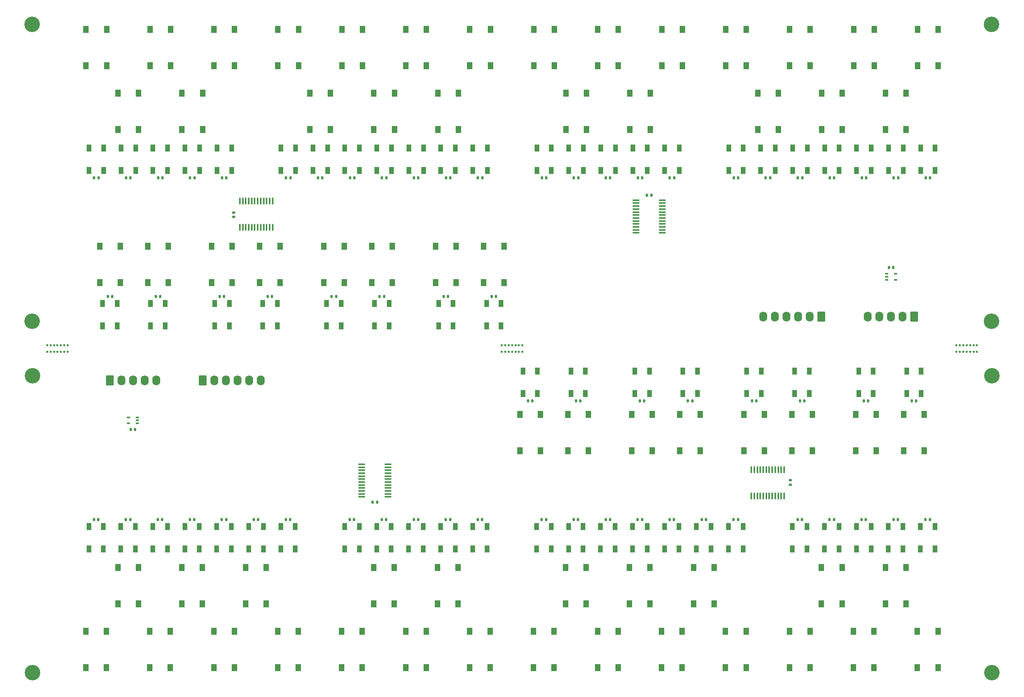
<source format=gbr>
%TF.GenerationSoftware,KiCad,Pcbnew,5.99.0-unknown-5db75805bd~106~ubuntu20.04.1*%
%TF.CreationDate,2021-01-05T12:39:38+10:00*%
%TF.ProjectId,panel_switch_piano_2up,70616e65-6c5f-4737-9769-7463685f7069,rev?*%
%TF.SameCoordinates,PX2faf080PY2160ec0*%
%TF.FileFunction,Soldermask,Top*%
%TF.FilePolarity,Negative*%
%FSLAX46Y46*%
G04 Gerber Fmt 4.6, Leading zero omitted, Abs format (unit mm)*
G04 Created by KiCad (PCBNEW 5.99.0-unknown-5db75805bd~106~ubuntu20.04.1) date 2021-01-05 12:39:38*
%MOMM*%
%LPD*%
G01*
G04 APERTURE LIST*
G04 Aperture macros list*
%AMRoundRect*
0 Rectangle with rounded corners*
0 $1 Rounding radius*
0 $2 $3 $4 $5 $6 $7 $8 $9 X,Y pos of 4 corners*
0 Add a 4 corners polygon primitive as box body*
4,1,4,$2,$3,$4,$5,$6,$7,$8,$9,$2,$3,0*
0 Add four circle primitives for the rounded corners*
1,1,$1+$1,$2,$3,0*
1,1,$1+$1,$4,$5,0*
1,1,$1+$1,$6,$7,0*
1,1,$1+$1,$8,$9,0*
0 Add four rect primitives between the rounded corners*
20,1,$1+$1,$2,$3,$4,$5,0*
20,1,$1+$1,$4,$5,$6,$7,0*
20,1,$1+$1,$6,$7,$8,$9,0*
20,1,$1+$1,$8,$9,$2,$3,0*%
G04 Aperture macros list end*
%ADD10RoundRect,0.140000X0.140000X0.170000X-0.140000X0.170000X-0.140000X-0.170000X0.140000X-0.170000X0*%
%ADD11RoundRect,0.140000X-0.140000X-0.170000X0.140000X-0.170000X0.140000X0.170000X-0.140000X0.170000X0*%
%ADD12C,3.400000*%
%ADD13R,1.000000X1.500000*%
%ADD14R,1.300000X1.550000*%
%ADD15RoundRect,0.100000X-0.100000X0.637500X-0.100000X-0.637500X0.100000X-0.637500X0.100000X0.637500X0*%
%ADD16RoundRect,0.100000X0.637500X0.100000X-0.637500X0.100000X-0.637500X-0.100000X0.637500X-0.100000X0*%
%ADD17RoundRect,0.250000X0.620000X0.845000X-0.620000X0.845000X-0.620000X-0.845000X0.620000X-0.845000X0*%
%ADD18O,1.740000X2.190000*%
%ADD19RoundRect,0.140000X0.170000X-0.140000X0.170000X0.140000X-0.170000X0.140000X-0.170000X-0.140000X0*%
%ADD20R,0.650000X0.400000*%
%ADD21C,0.500000*%
%ADD22RoundRect,0.250000X-0.620000X-0.845000X0.620000X-0.845000X0.620000X0.845000X-0.620000X0.845000X0*%
%ADD23RoundRect,0.100000X0.100000X-0.637500X0.100000X0.637500X-0.100000X0.637500X-0.100000X-0.637500X0*%
%ADD24RoundRect,0.140000X-0.170000X0.140000X-0.170000X-0.140000X0.170000X-0.140000X0.170000X0.140000X0*%
%ADD25RoundRect,0.100000X-0.637500X-0.100000X0.637500X-0.100000X0.637500X0.100000X-0.637500X0.100000X0*%
G04 APERTURE END LIST*
D10*
%TO.C,C31*%
X51984466Y-41595534D03*
X51024466Y-41595534D03*
%TD*%
D11*
%TO.C,C13*%
X111024466Y-15595534D03*
X111984466Y-15595534D03*
%TD*%
D12*
%TO.C,H1*%
X-535534Y17964466D03*
%TD*%
D10*
%TO.C,C1*%
X187934466Y-35305534D03*
X186974466Y-35305534D03*
%TD*%
D11*
%TO.C,C3*%
X188024466Y-15595534D03*
X188984466Y-15595534D03*
%TD*%
D13*
%TO.C,U33*%
X74404466Y-48045534D03*
X77604466Y-48045534D03*
X77604466Y-43145534D03*
X74404466Y-43145534D03*
%TD*%
D10*
%TO.C,C30*%
X41484466Y-41595534D03*
X40524466Y-41595534D03*
%TD*%
D11*
%TO.C,C9*%
X139024466Y-15595534D03*
X139984466Y-15595534D03*
%TD*%
D12*
%TO.C,H2*%
X209464466Y17964466D03*
%TD*%
D11*
%TO.C,C18*%
X69024466Y-15595534D03*
X69984466Y-15595534D03*
%TD*%
%TO.C,C25*%
X13024466Y-15595534D03*
X13984466Y-15595534D03*
%TD*%
D12*
%TO.C,H3*%
X209464466Y-47035534D03*
%TD*%
D14*
%TO.C,SW18*%
X64754466Y2884466D03*
X64754466Y-5075534D03*
X60254466Y2884466D03*
X60254466Y-5075534D03*
%TD*%
D10*
%TO.C,C32*%
X65984466Y-41595534D03*
X65024466Y-41595534D03*
%TD*%
D15*
%TO.C,U27*%
X52079466Y-20733034D03*
X51429466Y-20733034D03*
X50779466Y-20733034D03*
X50129466Y-20733034D03*
X49479466Y-20733034D03*
X48829466Y-20733034D03*
X48179466Y-20733034D03*
X47529466Y-20733034D03*
X46879466Y-20733034D03*
X46229466Y-20733034D03*
X45579466Y-20733034D03*
X44929466Y-20733034D03*
X44929466Y-26458034D03*
X45579466Y-26458034D03*
X46229466Y-26458034D03*
X46879466Y-26458034D03*
X47529466Y-26458034D03*
X48179466Y-26458034D03*
X48829466Y-26458034D03*
X49479466Y-26458034D03*
X50129466Y-26458034D03*
X50779466Y-26458034D03*
X51429466Y-26458034D03*
X52079466Y-26458034D03*
%TD*%
D14*
%TO.C,SW21*%
X36754466Y2884466D03*
X36754466Y-5075534D03*
X32254466Y-5075534D03*
X32254466Y2884466D03*
%TD*%
D13*
%TO.C,U15*%
X92104466Y-9145534D03*
X88904466Y-9145534D03*
X88904466Y-14045534D03*
X92104466Y-14045534D03*
%TD*%
D14*
%TO.C,SW22*%
X29754466Y8924466D03*
X29754466Y16884466D03*
X25254466Y8924466D03*
X25254466Y16884466D03*
%TD*%
D10*
%TO.C,C33*%
X76484466Y-41595534D03*
X75524466Y-41595534D03*
%TD*%
D14*
%TO.C,SW27*%
X43254466Y-30615534D03*
X43254466Y-38575534D03*
X38754466Y-38575534D03*
X38754466Y-30615534D03*
%TD*%
D13*
%TO.C,U28*%
X14904466Y-48045534D03*
X18104466Y-48045534D03*
X18104466Y-43145534D03*
X14904466Y-43145534D03*
%TD*%
D16*
%TO.C,U26*%
X137366966Y-27670534D03*
X137366966Y-27020534D03*
X137366966Y-26370534D03*
X137366966Y-25720534D03*
X137366966Y-25070534D03*
X137366966Y-24420534D03*
X137366966Y-23770534D03*
X137366966Y-23120534D03*
X137366966Y-22470534D03*
X137366966Y-21820534D03*
X137366966Y-21170534D03*
X137366966Y-20520534D03*
X131641966Y-20520534D03*
X131641966Y-21170534D03*
X131641966Y-21820534D03*
X131641966Y-22470534D03*
X131641966Y-23120534D03*
X131641966Y-23770534D03*
X131641966Y-24420534D03*
X131641966Y-25070534D03*
X131641966Y-25720534D03*
X131641966Y-26370534D03*
X131641966Y-27020534D03*
X131641966Y-27670534D03*
%TD*%
D14*
%TO.C,SW30*%
X78254466Y-38575534D03*
X78254466Y-30615534D03*
X73754466Y-38575534D03*
X73754466Y-30615534D03*
%TD*%
D11*
%TO.C,C21*%
X41024466Y-15595534D03*
X41984466Y-15595534D03*
%TD*%
D13*
%TO.C,U24*%
X22104466Y-9145534D03*
X18904466Y-9145534D03*
X18904466Y-14045534D03*
X22104466Y-14045534D03*
%TD*%
%TO.C,U34*%
X88404466Y-48045534D03*
X91604466Y-48045534D03*
X91604466Y-43145534D03*
X88404466Y-43145534D03*
%TD*%
%TO.C,U16*%
X85104466Y-9145534D03*
X81904466Y-9145534D03*
X81904466Y-14045534D03*
X85104466Y-14045534D03*
%TD*%
D14*
%TO.C,SW1*%
X197754466Y8924466D03*
X197754466Y16884466D03*
X193254466Y16884466D03*
X193254466Y8924466D03*
%TD*%
%TO.C,SW12*%
X113754466Y16884466D03*
X113754466Y8924466D03*
X109254466Y8924466D03*
X109254466Y16884466D03*
%TD*%
%TO.C,SW13*%
X99754466Y16884466D03*
X99754466Y8924466D03*
X95254466Y8924466D03*
X95254466Y16884466D03*
%TD*%
D17*
%TO.C,J2*%
X172144466Y-46035534D03*
D18*
X169604466Y-46035534D03*
X167064466Y-46035534D03*
X164524466Y-46035534D03*
X161984466Y-46035534D03*
X159444466Y-46035534D03*
%TD*%
D14*
%TO.C,SW7*%
X155754466Y16884466D03*
X155754466Y8924466D03*
X151254466Y8924466D03*
X151254466Y16884466D03*
%TD*%
D13*
%TO.C,U18*%
X71104466Y-9145534D03*
X67904466Y-9145534D03*
X67904466Y-14045534D03*
X71104466Y-14045534D03*
%TD*%
D11*
%TO.C,C12*%
X118024466Y-15595534D03*
X118984466Y-15595534D03*
%TD*%
D13*
%TO.C,U12*%
X120104466Y-9145534D03*
X116904466Y-9145534D03*
X116904466Y-14045534D03*
X120104466Y-14045534D03*
%TD*%
D14*
%TO.C,SW11*%
X120754466Y2884466D03*
X120754466Y-5075534D03*
X116254466Y-5075534D03*
X116254466Y2884466D03*
%TD*%
D11*
%TO.C,C22*%
X34024466Y-15595534D03*
X34984466Y-15595534D03*
%TD*%
D13*
%TO.C,U14*%
X99104466Y-9145534D03*
X95904466Y-9145534D03*
X95904466Y-14045534D03*
X99104466Y-14045534D03*
%TD*%
D14*
%TO.C,SW14*%
X92754466Y2884466D03*
X92754466Y-5075534D03*
X88254466Y2884466D03*
X88254466Y-5075534D03*
%TD*%
D12*
%TO.C,H4*%
X-535534Y-47035534D03*
%TD*%
D13*
%TO.C,U9*%
X141104466Y-9145534D03*
X137904466Y-9145534D03*
X137904466Y-14045534D03*
X141104466Y-14045534D03*
%TD*%
D14*
%TO.C,SW17*%
X71754466Y8924466D03*
X71754466Y16884466D03*
X67254466Y16884466D03*
X67254466Y8924466D03*
%TD*%
%TO.C,SW19*%
X57754466Y16884466D03*
X57754466Y8924466D03*
X53254466Y8924466D03*
X53254466Y16884466D03*
%TD*%
%TO.C,SW24*%
X15754466Y8924466D03*
X15754466Y16884466D03*
X11254466Y16884466D03*
X11254466Y8924466D03*
%TD*%
D13*
%TO.C,U13*%
X113104466Y-9145534D03*
X109904466Y-9145534D03*
X109904466Y-14045534D03*
X113104466Y-14045534D03*
%TD*%
D14*
%TO.C,SW10*%
X127754466Y8924466D03*
X127754466Y16884466D03*
X123254466Y16884466D03*
X123254466Y8924466D03*
%TD*%
D13*
%TO.C,U10*%
X134104466Y-9145534D03*
X130904466Y-9145534D03*
X130904466Y-14045534D03*
X134104466Y-14045534D03*
%TD*%
%TO.C,U35*%
X98904466Y-48045534D03*
X102104466Y-48045534D03*
X102104466Y-43145534D03*
X98904466Y-43145534D03*
%TD*%
D14*
%TO.C,SW6*%
X162754466Y-5075534D03*
X162754466Y2884466D03*
X158254466Y2884466D03*
X158254466Y-5075534D03*
%TD*%
D13*
%TO.C,U23*%
X29104466Y-9145534D03*
X25904466Y-9145534D03*
X25904466Y-14045534D03*
X29104466Y-14045534D03*
%TD*%
%TO.C,U8*%
X155104466Y-9145534D03*
X151904466Y-9145534D03*
X151904466Y-14045534D03*
X155104466Y-14045534D03*
%TD*%
D14*
%TO.C,SW32*%
X102754466Y-38575534D03*
X102754466Y-30615534D03*
X98254466Y-30615534D03*
X98254466Y-38575534D03*
%TD*%
D11*
%TO.C,C17*%
X76024466Y-15595534D03*
X76984466Y-15595534D03*
%TD*%
D13*
%TO.C,U17*%
X78104466Y-9145534D03*
X74904466Y-9145534D03*
X74904466Y-14045534D03*
X78104466Y-14045534D03*
%TD*%
%TO.C,U11*%
X127104466Y-9145534D03*
X123904466Y-9145534D03*
X123904466Y-14045534D03*
X127104466Y-14045534D03*
%TD*%
D10*
%TO.C,C35*%
X100984466Y-41595534D03*
X100024466Y-41595534D03*
%TD*%
D14*
%TO.C,SW15*%
X85754466Y16884466D03*
X85754466Y8924466D03*
X81254466Y8924466D03*
X81254466Y16884466D03*
%TD*%
D13*
%TO.C,U31*%
X49904466Y-48045534D03*
X53104466Y-48045534D03*
X53104466Y-43145534D03*
X49904466Y-43145534D03*
%TD*%
%TO.C,U20*%
X57104466Y-9145534D03*
X53904466Y-9145534D03*
X53904466Y-14045534D03*
X57104466Y-14045534D03*
%TD*%
D11*
%TO.C,C2*%
X195024466Y-15595534D03*
X195984466Y-15595534D03*
%TD*%
D14*
%TO.C,SW4*%
X176754466Y-5075534D03*
X176754466Y2884466D03*
X172254466Y-5075534D03*
X172254466Y2884466D03*
%TD*%
D11*
%TO.C,C20*%
X55024466Y-15595534D03*
X55984466Y-15595534D03*
%TD*%
D14*
%TO.C,SW26*%
X29254466Y-30615534D03*
X29254466Y-38575534D03*
X24754466Y-30615534D03*
X24754466Y-38575534D03*
%TD*%
%TO.C,SW25*%
X18754466Y-30615534D03*
X18754466Y-38575534D03*
X14254466Y-38575534D03*
X14254466Y-30615534D03*
%TD*%
%TO.C,SW2*%
X190754466Y2884466D03*
X190754466Y-5075534D03*
X186254466Y2884466D03*
X186254466Y-5075534D03*
%TD*%
D11*
%TO.C,C14*%
X97024466Y-15595534D03*
X97984466Y-15595534D03*
%TD*%
D13*
%TO.C,U3*%
X190104466Y-9145534D03*
X186904466Y-9145534D03*
X186904466Y-14045534D03*
X190104466Y-14045534D03*
%TD*%
D10*
%TO.C,C34*%
X90484466Y-41595534D03*
X89524466Y-41595534D03*
%TD*%
D13*
%TO.C,U22*%
X36104466Y-9145534D03*
X32904466Y-9145534D03*
X32904466Y-14045534D03*
X36104466Y-14045534D03*
%TD*%
D14*
%TO.C,SW20*%
X43754466Y8924466D03*
X43754466Y16884466D03*
X39254466Y16884466D03*
X39254466Y8924466D03*
%TD*%
%TO.C,SW3*%
X183754466Y8924466D03*
X183754466Y16884466D03*
X179254466Y16884466D03*
X179254466Y8924466D03*
%TD*%
%TO.C,SW5*%
X169754466Y16884466D03*
X169754466Y8924466D03*
X165254466Y16884466D03*
X165254466Y8924466D03*
%TD*%
D10*
%TO.C,C29*%
X27484466Y-41595534D03*
X26524466Y-41595534D03*
%TD*%
D13*
%TO.C,U25*%
X15104466Y-9145534D03*
X11904466Y-9145534D03*
X11904466Y-14045534D03*
X15104466Y-14045534D03*
%TD*%
D19*
%TO.C,C27*%
X43604466Y-24175534D03*
X43604466Y-23215534D03*
%TD*%
D11*
%TO.C,C24*%
X20024466Y-15595534D03*
X20984466Y-15595534D03*
%TD*%
%TO.C,C19*%
X62024466Y-15595534D03*
X62984466Y-15595534D03*
%TD*%
D13*
%TO.C,U19*%
X64104466Y-9145534D03*
X60904466Y-9145534D03*
X60904466Y-14045534D03*
X64104466Y-14045534D03*
%TD*%
D11*
%TO.C,C5*%
X174024466Y-15595534D03*
X174984466Y-15595534D03*
%TD*%
D13*
%TO.C,U2*%
X197104466Y-9145534D03*
X193904466Y-9145534D03*
X193904466Y-14045534D03*
X197104466Y-14045534D03*
%TD*%
D11*
%TO.C,C4*%
X181024466Y-15595534D03*
X181984466Y-15595534D03*
%TD*%
D13*
%TO.C,U32*%
X63904466Y-48045534D03*
X67104466Y-48045534D03*
X67104466Y-43145534D03*
X63904466Y-43145534D03*
%TD*%
%TO.C,U4*%
X183104466Y-9145534D03*
X179904466Y-9145534D03*
X179904466Y-14045534D03*
X183104466Y-14045534D03*
%TD*%
D14*
%TO.C,SW16*%
X78754466Y-5075534D03*
X78754466Y2884466D03*
X74254466Y-5075534D03*
X74254466Y2884466D03*
%TD*%
D10*
%TO.C,C28*%
X16984466Y-41595534D03*
X16024466Y-41595534D03*
%TD*%
D13*
%TO.C,U6*%
X169104466Y-9145534D03*
X165904466Y-9145534D03*
X165904466Y-14045534D03*
X169104466Y-14045534D03*
%TD*%
D11*
%TO.C,C6*%
X167024466Y-15595534D03*
X167984466Y-15595534D03*
%TD*%
D14*
%TO.C,SW29*%
X67754466Y-38575534D03*
X67754466Y-30615534D03*
X63254466Y-30615534D03*
X63254466Y-38575534D03*
%TD*%
D13*
%TO.C,U5*%
X176104466Y-9145534D03*
X172904466Y-9145534D03*
X172904466Y-14045534D03*
X176104466Y-14045534D03*
%TD*%
D11*
%TO.C,C23*%
X27024466Y-15595534D03*
X27984466Y-15595534D03*
%TD*%
D14*
%TO.C,SW9*%
X134754466Y-5075534D03*
X134754466Y2884466D03*
X130254466Y2884466D03*
X130254466Y-5075534D03*
%TD*%
D17*
%TO.C,J1*%
X192464466Y-46035534D03*
D18*
X189924466Y-46035534D03*
X187384466Y-46035534D03*
X184844466Y-46035534D03*
X182304466Y-46035534D03*
%TD*%
D11*
%TO.C,C10*%
X132024466Y-15595534D03*
X132984466Y-15595534D03*
%TD*%
%TO.C,C7*%
X160024466Y-15595534D03*
X160984466Y-15595534D03*
%TD*%
D13*
%TO.C,U29*%
X25404466Y-48045534D03*
X28604466Y-48045534D03*
X28604466Y-43145534D03*
X25404466Y-43145534D03*
%TD*%
%TO.C,U21*%
X43104466Y-9145534D03*
X39904466Y-9145534D03*
X39904466Y-14045534D03*
X43104466Y-14045534D03*
%TD*%
D14*
%TO.C,SW28*%
X53754466Y-30615534D03*
X53754466Y-38575534D03*
X49254466Y-38575534D03*
X49254466Y-30615534D03*
%TD*%
D13*
%TO.C,U7*%
X162104466Y-9145534D03*
X158904466Y-9145534D03*
X158904466Y-14045534D03*
X162104466Y-14045534D03*
%TD*%
D11*
%TO.C,C26*%
X134024466Y-19395534D03*
X134984466Y-19395534D03*
%TD*%
D14*
%TO.C,SW23*%
X22754466Y-5075534D03*
X22754466Y2884466D03*
X18254466Y-5075534D03*
X18254466Y2884466D03*
%TD*%
D11*
%TO.C,C16*%
X83024466Y-15595534D03*
X83984466Y-15595534D03*
%TD*%
%TO.C,C11*%
X125024466Y-15595534D03*
X125984466Y-15595534D03*
%TD*%
%TO.C,C15*%
X90024466Y-15595534D03*
X90984466Y-15595534D03*
%TD*%
D14*
%TO.C,SW31*%
X92254466Y-30615534D03*
X92254466Y-38575534D03*
X87754466Y-38575534D03*
X87754466Y-30615534D03*
%TD*%
D13*
%TO.C,U30*%
X39404466Y-48045534D03*
X42604466Y-48045534D03*
X42604466Y-43145534D03*
X39404466Y-43145534D03*
%TD*%
D11*
%TO.C,C8*%
X153024466Y-15595534D03*
X153984466Y-15595534D03*
%TD*%
D14*
%TO.C,SW8*%
X141754466Y16884466D03*
X141754466Y8924466D03*
X137254466Y8924466D03*
X137254466Y16884466D03*
%TD*%
D20*
%TO.C,U1*%
X186504466Y-36655534D03*
X186504466Y-37305534D03*
X186504466Y-37955534D03*
X188404466Y-37955534D03*
X188404466Y-36655534D03*
%TD*%
D21*
%TO.C,mouse-bite-2mm-slot*%
X103750000Y-53750000D03*
X102250000Y-52250000D03*
X105250000Y-52250000D03*
X106000000Y-53750000D03*
X104500000Y-52250000D03*
X103000000Y-52250000D03*
X106750000Y-53750000D03*
X106750000Y-52250000D03*
X102250000Y-53750000D03*
X106000000Y-52250000D03*
X103000000Y-53750000D03*
X104500000Y-53750000D03*
X105250000Y-53750000D03*
X103750000Y-52250000D03*
%TD*%
%TO.C,mouse-bite-2mm-slot*%
X204000000Y-52250000D03*
X201750000Y-52250000D03*
X203250000Y-53750000D03*
X201750000Y-53750000D03*
X202500000Y-52250000D03*
X204750000Y-52250000D03*
X206250000Y-52250000D03*
X204000000Y-53750000D03*
X203250000Y-52250000D03*
X206250000Y-53750000D03*
X205500000Y-53750000D03*
X204750000Y-53750000D03*
X205500000Y-52250000D03*
X202500000Y-53750000D03*
%TD*%
%TO.C,mouse-bite-2mm-slot*%
X5000000Y-52250000D03*
X2750000Y-52250000D03*
X4250000Y-53750000D03*
X2750000Y-53750000D03*
X3500000Y-52250000D03*
X5750000Y-52250000D03*
X7250000Y-52250000D03*
X5000000Y-53750000D03*
X4250000Y-52250000D03*
X7250000Y-53750000D03*
X6500000Y-53750000D03*
X5750000Y-53750000D03*
X6500000Y-52250000D03*
X3500000Y-53750000D03*
%TD*%
D22*
%TO.C,J2*%
X36820000Y-60000000D03*
D18*
X39360000Y-60000000D03*
X41900000Y-60000000D03*
X44440000Y-60000000D03*
X46980000Y-60000000D03*
X49520000Y-60000000D03*
%TD*%
D10*
%TO.C,C7*%
X48940000Y-90440000D03*
X47980000Y-90440000D03*
%TD*%
%TO.C,C2*%
X13940000Y-90440000D03*
X12980000Y-90440000D03*
%TD*%
D13*
%TO.C,U32*%
X145060000Y-57990000D03*
X141860000Y-57990000D03*
X141860000Y-62890000D03*
X145060000Y-62890000D03*
%TD*%
D14*
%TO.C,SW5*%
X39210000Y-114960000D03*
X39210000Y-122920000D03*
X43710000Y-122920000D03*
X43710000Y-114960000D03*
%TD*%
%TO.C,SW27*%
X165710000Y-67460000D03*
X165710000Y-75420000D03*
X170210000Y-75420000D03*
X170210000Y-67460000D03*
%TD*%
D13*
%TO.C,U25*%
X193860000Y-96890000D03*
X197060000Y-96890000D03*
X197060000Y-91990000D03*
X193860000Y-91990000D03*
%TD*%
D14*
%TO.C,SW1*%
X11210000Y-114960000D03*
X11210000Y-122920000D03*
X15710000Y-114960000D03*
X15710000Y-122920000D03*
%TD*%
%TO.C,SW21*%
X172210000Y-108920000D03*
X172210000Y-100960000D03*
X176710000Y-108920000D03*
X176710000Y-100960000D03*
%TD*%
D11*
%TO.C,C29*%
X181480000Y-64440000D03*
X182440000Y-64440000D03*
%TD*%
D13*
%TO.C,U18*%
X137860000Y-96890000D03*
X141060000Y-96890000D03*
X141060000Y-91990000D03*
X137860000Y-91990000D03*
%TD*%
%TO.C,U8*%
X53860000Y-96890000D03*
X57060000Y-96890000D03*
X57060000Y-91990000D03*
X53860000Y-91990000D03*
%TD*%
D14*
%TO.C,SW17*%
X137210000Y-122920000D03*
X137210000Y-114960000D03*
X141710000Y-114960000D03*
X141710000Y-122920000D03*
%TD*%
%TO.C,SW7*%
X53210000Y-122920000D03*
X53210000Y-114960000D03*
X57710000Y-114960000D03*
X57710000Y-122920000D03*
%TD*%
%TO.C,SW24*%
X193210000Y-114960000D03*
X193210000Y-122920000D03*
X197710000Y-114960000D03*
X197710000Y-122920000D03*
%TD*%
%TO.C,SW19*%
X151210000Y-114960000D03*
X151210000Y-122920000D03*
X155710000Y-122920000D03*
X155710000Y-114960000D03*
%TD*%
D11*
%TO.C,C28*%
X191980000Y-64440000D03*
X192940000Y-64440000D03*
%TD*%
D10*
%TO.C,C10*%
X76940000Y-90440000D03*
X75980000Y-90440000D03*
%TD*%
%TO.C,C14*%
X111940000Y-90440000D03*
X110980000Y-90440000D03*
%TD*%
%TO.C,C22*%
X174940000Y-90440000D03*
X173980000Y-90440000D03*
%TD*%
%TO.C,C19*%
X146940000Y-90440000D03*
X145980000Y-90440000D03*
%TD*%
D14*
%TO.C,SW29*%
X141210000Y-67460000D03*
X141210000Y-75420000D03*
X145710000Y-67460000D03*
X145710000Y-75420000D03*
%TD*%
D13*
%TO.C,U22*%
X172860000Y-96890000D03*
X176060000Y-96890000D03*
X176060000Y-91990000D03*
X172860000Y-91990000D03*
%TD*%
%TO.C,U4*%
X25860000Y-96890000D03*
X29060000Y-96890000D03*
X29060000Y-91990000D03*
X25860000Y-91990000D03*
%TD*%
D10*
%TO.C,C4*%
X27940000Y-90440000D03*
X26980000Y-90440000D03*
%TD*%
D13*
%TO.C,U13*%
X95860000Y-96890000D03*
X99060000Y-96890000D03*
X99060000Y-91990000D03*
X95860000Y-91990000D03*
%TD*%
D11*
%TO.C,C30*%
X167480000Y-64440000D03*
X168440000Y-64440000D03*
%TD*%
D14*
%TO.C,SW9*%
X74210000Y-100960000D03*
X74210000Y-108920000D03*
X78710000Y-100960000D03*
X78710000Y-108920000D03*
%TD*%
%TO.C,SW23*%
X186210000Y-108920000D03*
X186210000Y-100960000D03*
X190710000Y-108920000D03*
X190710000Y-100960000D03*
%TD*%
D13*
%TO.C,U34*%
X120560000Y-57990000D03*
X117360000Y-57990000D03*
X117360000Y-62890000D03*
X120560000Y-62890000D03*
%TD*%
D14*
%TO.C,SW31*%
X116710000Y-75420000D03*
X116710000Y-67460000D03*
X121210000Y-67460000D03*
X121210000Y-75420000D03*
%TD*%
D13*
%TO.C,U29*%
X183560000Y-57990000D03*
X180360000Y-57990000D03*
X180360000Y-62890000D03*
X183560000Y-62890000D03*
%TD*%
D14*
%TO.C,SW28*%
X155210000Y-75420000D03*
X155210000Y-67460000D03*
X159710000Y-67460000D03*
X159710000Y-75420000D03*
%TD*%
%TO.C,SW18*%
X144210000Y-100960000D03*
X144210000Y-108920000D03*
X148710000Y-108920000D03*
X148710000Y-100960000D03*
%TD*%
D12*
%TO.C,H1*%
X209500000Y-124000000D03*
%TD*%
D13*
%TO.C,U20*%
X151860000Y-96890000D03*
X155060000Y-96890000D03*
X155060000Y-91990000D03*
X151860000Y-91990000D03*
%TD*%
%TO.C,U11*%
X81860000Y-96890000D03*
X85060000Y-96890000D03*
X85060000Y-91990000D03*
X81860000Y-91990000D03*
%TD*%
%TO.C,U30*%
X169560000Y-57990000D03*
X166360000Y-57990000D03*
X166360000Y-62890000D03*
X169560000Y-62890000D03*
%TD*%
%TO.C,U24*%
X186860000Y-96890000D03*
X190060000Y-96890000D03*
X190060000Y-91990000D03*
X186860000Y-91990000D03*
%TD*%
D14*
%TO.C,SW25*%
X190210000Y-75420000D03*
X190210000Y-67460000D03*
X194710000Y-67460000D03*
X194710000Y-75420000D03*
%TD*%
D13*
%TO.C,U35*%
X110060000Y-57990000D03*
X106860000Y-57990000D03*
X106860000Y-62890000D03*
X110060000Y-62890000D03*
%TD*%
D10*
%TO.C,C8*%
X55940000Y-90440000D03*
X54980000Y-90440000D03*
%TD*%
%TO.C,C13*%
X97940000Y-90440000D03*
X96980000Y-90440000D03*
%TD*%
D12*
%TO.C,H3*%
X-500000Y-59000000D03*
%TD*%
D10*
%TO.C,C26*%
X74940000Y-86640000D03*
X73980000Y-86640000D03*
%TD*%
D13*
%TO.C,U14*%
X109860000Y-96890000D03*
X113060000Y-96890000D03*
X113060000Y-91990000D03*
X109860000Y-91990000D03*
%TD*%
D10*
%TO.C,C24*%
X188940000Y-90440000D03*
X187980000Y-90440000D03*
%TD*%
D11*
%TO.C,C31*%
X156980000Y-64440000D03*
X157940000Y-64440000D03*
%TD*%
%TO.C,C35*%
X107980000Y-64440000D03*
X108940000Y-64440000D03*
%TD*%
D10*
%TO.C,C15*%
X118940000Y-90440000D03*
X117980000Y-90440000D03*
%TD*%
D13*
%TO.C,U2*%
X11860000Y-96890000D03*
X15060000Y-96890000D03*
X15060000Y-91990000D03*
X11860000Y-91990000D03*
%TD*%
%TO.C,U12*%
X88860000Y-96890000D03*
X92060000Y-96890000D03*
X92060000Y-91990000D03*
X88860000Y-91990000D03*
%TD*%
D14*
%TO.C,SW15*%
X123210000Y-122920000D03*
X123210000Y-114960000D03*
X127710000Y-122920000D03*
X127710000Y-114960000D03*
%TD*%
D13*
%TO.C,U19*%
X144860000Y-96890000D03*
X148060000Y-96890000D03*
X148060000Y-91990000D03*
X144860000Y-91990000D03*
%TD*%
D10*
%TO.C,C20*%
X153940000Y-90440000D03*
X152980000Y-90440000D03*
%TD*%
D13*
%TO.C,U28*%
X194060000Y-57990000D03*
X190860000Y-57990000D03*
X190860000Y-62890000D03*
X194060000Y-62890000D03*
%TD*%
D14*
%TO.C,SW4*%
X32210000Y-108920000D03*
X32210000Y-100960000D03*
X36710000Y-100960000D03*
X36710000Y-108920000D03*
%TD*%
D13*
%TO.C,U31*%
X159060000Y-57990000D03*
X155860000Y-57990000D03*
X155860000Y-62890000D03*
X159060000Y-62890000D03*
%TD*%
D14*
%TO.C,SW3*%
X25210000Y-122920000D03*
X25210000Y-114960000D03*
X29710000Y-122920000D03*
X29710000Y-114960000D03*
%TD*%
%TO.C,SW8*%
X67210000Y-114960000D03*
X67210000Y-122920000D03*
X71710000Y-114960000D03*
X71710000Y-122920000D03*
%TD*%
D10*
%TO.C,C16*%
X125940000Y-90440000D03*
X124980000Y-90440000D03*
%TD*%
D13*
%TO.C,U3*%
X18860000Y-96890000D03*
X22060000Y-96890000D03*
X22060000Y-91990000D03*
X18860000Y-91990000D03*
%TD*%
%TO.C,U17*%
X130860000Y-96890000D03*
X134060000Y-96890000D03*
X134060000Y-91990000D03*
X130860000Y-91990000D03*
%TD*%
D12*
%TO.C,H4*%
X209500000Y-59000000D03*
%TD*%
D13*
%TO.C,U21*%
X165860000Y-96890000D03*
X169060000Y-96890000D03*
X169060000Y-91990000D03*
X165860000Y-91990000D03*
%TD*%
D14*
%TO.C,SW30*%
X130710000Y-75420000D03*
X130710000Y-67460000D03*
X135210000Y-67460000D03*
X135210000Y-75420000D03*
%TD*%
D13*
%TO.C,U23*%
X179860000Y-96890000D03*
X183060000Y-96890000D03*
X183060000Y-91990000D03*
X179860000Y-91990000D03*
%TD*%
D14*
%TO.C,SW14*%
X116210000Y-108920000D03*
X116210000Y-100960000D03*
X120710000Y-108920000D03*
X120710000Y-100960000D03*
%TD*%
%TO.C,SW20*%
X165210000Y-122920000D03*
X165210000Y-114960000D03*
X169710000Y-114960000D03*
X169710000Y-122920000D03*
%TD*%
D20*
%TO.C,U1*%
X22460000Y-69380000D03*
X22460000Y-68730000D03*
X22460000Y-68080000D03*
X20560000Y-68080000D03*
X20560000Y-69380000D03*
%TD*%
D13*
%TO.C,U15*%
X116860000Y-96890000D03*
X120060000Y-96890000D03*
X120060000Y-91990000D03*
X116860000Y-91990000D03*
%TD*%
D10*
%TO.C,C9*%
X69940000Y-90440000D03*
X68980000Y-90440000D03*
%TD*%
%TO.C,C18*%
X139940000Y-90440000D03*
X138980000Y-90440000D03*
%TD*%
%TO.C,C12*%
X90940000Y-90440000D03*
X89980000Y-90440000D03*
%TD*%
D23*
%TO.C,U27*%
X156885000Y-85302500D03*
X157535000Y-85302500D03*
X158185000Y-85302500D03*
X158835000Y-85302500D03*
X159485000Y-85302500D03*
X160135000Y-85302500D03*
X160785000Y-85302500D03*
X161435000Y-85302500D03*
X162085000Y-85302500D03*
X162735000Y-85302500D03*
X163385000Y-85302500D03*
X164035000Y-85302500D03*
X164035000Y-79577500D03*
X163385000Y-79577500D03*
X162735000Y-79577500D03*
X162085000Y-79577500D03*
X161435000Y-79577500D03*
X160785000Y-79577500D03*
X160135000Y-79577500D03*
X159485000Y-79577500D03*
X158835000Y-79577500D03*
X158185000Y-79577500D03*
X157535000Y-79577500D03*
X156885000Y-79577500D03*
%TD*%
D14*
%TO.C,SW10*%
X81210000Y-114960000D03*
X81210000Y-122920000D03*
X85710000Y-114960000D03*
X85710000Y-122920000D03*
%TD*%
D13*
%TO.C,U7*%
X46860000Y-96890000D03*
X50060000Y-96890000D03*
X50060000Y-91990000D03*
X46860000Y-91990000D03*
%TD*%
%TO.C,U6*%
X39860000Y-96890000D03*
X43060000Y-96890000D03*
X43060000Y-91990000D03*
X39860000Y-91990000D03*
%TD*%
D14*
%TO.C,SW22*%
X179210000Y-122920000D03*
X179210000Y-114960000D03*
X183710000Y-122920000D03*
X183710000Y-114960000D03*
%TD*%
D11*
%TO.C,C1*%
X21030000Y-70730000D03*
X21990000Y-70730000D03*
%TD*%
D14*
%TO.C,SW12*%
X95210000Y-122920000D03*
X95210000Y-114960000D03*
X99710000Y-114960000D03*
X99710000Y-122920000D03*
%TD*%
D10*
%TO.C,C11*%
X83940000Y-90440000D03*
X82980000Y-90440000D03*
%TD*%
D11*
%TO.C,C32*%
X142980000Y-64440000D03*
X143940000Y-64440000D03*
%TD*%
D14*
%TO.C,SW6*%
X46210000Y-108920000D03*
X46210000Y-100960000D03*
X50710000Y-108920000D03*
X50710000Y-100960000D03*
%TD*%
D10*
%TO.C,C3*%
X20940000Y-90440000D03*
X19980000Y-90440000D03*
%TD*%
D13*
%TO.C,U9*%
X67860000Y-96890000D03*
X71060000Y-96890000D03*
X71060000Y-91990000D03*
X67860000Y-91990000D03*
%TD*%
D24*
%TO.C,C27*%
X165360000Y-81860000D03*
X165360000Y-82820000D03*
%TD*%
D25*
%TO.C,U26*%
X71597500Y-78365000D03*
X71597500Y-79015000D03*
X71597500Y-79665000D03*
X71597500Y-80315000D03*
X71597500Y-80965000D03*
X71597500Y-81615000D03*
X71597500Y-82265000D03*
X71597500Y-82915000D03*
X71597500Y-83565000D03*
X71597500Y-84215000D03*
X71597500Y-84865000D03*
X71597500Y-85515000D03*
X77322500Y-85515000D03*
X77322500Y-84865000D03*
X77322500Y-84215000D03*
X77322500Y-83565000D03*
X77322500Y-82915000D03*
X77322500Y-82265000D03*
X77322500Y-81615000D03*
X77322500Y-80965000D03*
X77322500Y-80315000D03*
X77322500Y-79665000D03*
X77322500Y-79015000D03*
X77322500Y-78365000D03*
%TD*%
D14*
%TO.C,SW2*%
X18210000Y-108920000D03*
X18210000Y-100960000D03*
X22710000Y-108920000D03*
X22710000Y-100960000D03*
%TD*%
D10*
%TO.C,C23*%
X181940000Y-90440000D03*
X180980000Y-90440000D03*
%TD*%
D14*
%TO.C,SW32*%
X106210000Y-67460000D03*
X106210000Y-75420000D03*
X110710000Y-67460000D03*
X110710000Y-75420000D03*
%TD*%
D10*
%TO.C,C17*%
X132940000Y-90440000D03*
X131980000Y-90440000D03*
%TD*%
D11*
%TO.C,C34*%
X118480000Y-64440000D03*
X119440000Y-64440000D03*
%TD*%
D13*
%TO.C,U33*%
X134560000Y-57990000D03*
X131360000Y-57990000D03*
X131360000Y-62890000D03*
X134560000Y-62890000D03*
%TD*%
D10*
%TO.C,C5*%
X34940000Y-90440000D03*
X33980000Y-90440000D03*
%TD*%
D13*
%TO.C,U5*%
X32860000Y-96890000D03*
X36060000Y-96890000D03*
X36060000Y-91990000D03*
X32860000Y-91990000D03*
%TD*%
%TO.C,U10*%
X74860000Y-96890000D03*
X78060000Y-96890000D03*
X78060000Y-91990000D03*
X74860000Y-91990000D03*
%TD*%
D10*
%TO.C,C6*%
X41940000Y-90440000D03*
X40980000Y-90440000D03*
%TD*%
D22*
%TO.C,J1*%
X16500000Y-60000000D03*
D18*
X19040000Y-60000000D03*
X21580000Y-60000000D03*
X24120000Y-60000000D03*
X26660000Y-60000000D03*
%TD*%
D13*
%TO.C,U16*%
X123860000Y-96890000D03*
X127060000Y-96890000D03*
X127060000Y-91990000D03*
X123860000Y-91990000D03*
%TD*%
D10*
%TO.C,C25*%
X195940000Y-90440000D03*
X194980000Y-90440000D03*
%TD*%
%TO.C,C21*%
X167940000Y-90440000D03*
X166980000Y-90440000D03*
%TD*%
D12*
%TO.C,H2*%
X-500000Y-124000000D03*
%TD*%
D11*
%TO.C,C33*%
X132480000Y-64440000D03*
X133440000Y-64440000D03*
%TD*%
D14*
%TO.C,SW11*%
X88210000Y-108920000D03*
X88210000Y-100960000D03*
X92710000Y-108920000D03*
X92710000Y-100960000D03*
%TD*%
%TO.C,SW26*%
X179710000Y-67460000D03*
X179710000Y-75420000D03*
X184210000Y-75420000D03*
X184210000Y-67460000D03*
%TD*%
%TO.C,SW16*%
X130210000Y-108920000D03*
X130210000Y-100960000D03*
X134710000Y-100960000D03*
X134710000Y-108920000D03*
%TD*%
%TO.C,SW13*%
X109210000Y-122920000D03*
X109210000Y-114960000D03*
X113710000Y-114960000D03*
X113710000Y-122920000D03*
%TD*%
M02*

</source>
